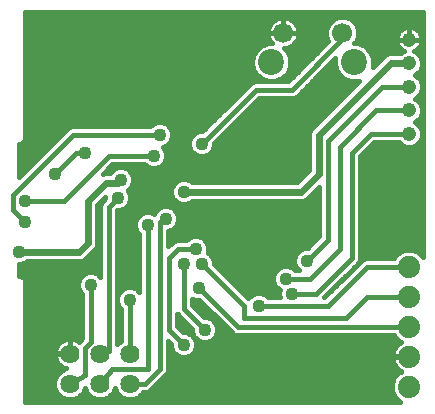
<source format=gbl>
G75*
G70*
%OFA0B0*%
%FSLAX24Y24*%
%IPPOS*%
%LPD*%
%AMOC8*
5,1,8,0,0,1.08239X$1,22.5*
%
%ADD10C,0.0640*%
%ADD11C,0.0740*%
%ADD12C,0.0476*%
%ADD13C,0.0866*%
%ADD14C,0.0669*%
%ADD15C,0.0160*%
%ADD16C,0.0436*%
%ADD17C,0.0240*%
D10*
X007600Y001001D03*
X008600Y001001D03*
X009600Y001001D03*
X009600Y002001D03*
X008600Y002001D03*
X007600Y002001D03*
D11*
X018900Y001901D03*
X018900Y002901D03*
X018900Y003901D03*
X018900Y004901D03*
X018900Y000901D03*
D12*
X018906Y009326D03*
X018906Y010113D03*
X018906Y010901D03*
X018906Y011688D03*
X018906Y012475D03*
D13*
X017078Y011716D03*
X014322Y011716D03*
D14*
X014716Y012701D03*
X016684Y012701D03*
D15*
X006100Y004483D02*
X006100Y000401D01*
X018618Y000401D01*
X018577Y000417D01*
X018417Y000578D01*
X018330Y000787D01*
X018330Y001014D01*
X018417Y001224D01*
X018577Y001384D01*
X018646Y001413D01*
X018612Y001430D01*
X018542Y001481D01*
X018480Y001542D01*
X018430Y001612D01*
X018390Y001690D01*
X018364Y001772D01*
X018350Y001857D01*
X018350Y001881D01*
X018880Y001881D01*
X018880Y001921D01*
X018350Y001921D01*
X018350Y001944D01*
X018364Y002029D01*
X018390Y002112D01*
X018430Y002189D01*
X018480Y002259D01*
X018542Y002320D01*
X018612Y002371D01*
X018646Y002389D01*
X018577Y002417D01*
X018417Y002578D01*
X018399Y002621D01*
X013144Y002621D01*
X013041Y002663D01*
X012963Y002742D01*
X011922Y003783D01*
X011817Y003783D01*
X011680Y003839D01*
X011680Y003617D01*
X012078Y003219D01*
X012183Y003219D01*
X012337Y003155D01*
X012454Y003037D01*
X012518Y002884D01*
X012518Y002717D01*
X012454Y002564D01*
X012337Y002446D01*
X012183Y002383D01*
X012017Y002383D01*
X011863Y002446D01*
X011746Y002564D01*
X011682Y002717D01*
X011682Y002823D01*
X011180Y003325D01*
X011180Y002917D01*
X011378Y002719D01*
X011483Y002719D01*
X011637Y002655D01*
X011754Y002537D01*
X011818Y002384D01*
X011818Y002217D01*
X011754Y002064D01*
X011637Y001946D01*
X011483Y001883D01*
X011317Y001883D01*
X011163Y001946D01*
X011046Y002064D01*
X010982Y002217D01*
X010982Y002323D01*
X010880Y002425D01*
X010880Y001445D01*
X010837Y001342D01*
X010337Y000842D01*
X010259Y000763D01*
X010156Y000721D01*
X010047Y000721D01*
X010041Y000706D01*
X009895Y000560D01*
X009703Y000481D01*
X009497Y000481D01*
X009305Y000560D01*
X009159Y000706D01*
X009100Y000849D01*
X009041Y000706D01*
X008895Y000560D01*
X008703Y000481D01*
X008497Y000481D01*
X008305Y000560D01*
X008159Y000706D01*
X008100Y000849D01*
X008041Y000706D01*
X007895Y000560D01*
X007703Y000481D01*
X007497Y000481D01*
X007305Y000560D01*
X007159Y000706D01*
X007080Y000897D01*
X007080Y001104D01*
X007159Y001295D01*
X007305Y001441D01*
X007480Y001514D01*
X007408Y001537D01*
X007338Y001573D01*
X007274Y001619D01*
X007219Y001675D01*
X007172Y001739D01*
X007137Y001809D01*
X007112Y001884D01*
X007100Y001961D01*
X007100Y001992D01*
X007591Y001992D01*
X007591Y002009D01*
X007100Y002009D01*
X007100Y002040D01*
X007112Y002118D01*
X007137Y002193D01*
X007172Y002263D01*
X007219Y002326D01*
X007274Y002382D01*
X007338Y002428D01*
X007408Y002464D01*
X007483Y002488D01*
X007561Y002501D01*
X007591Y002501D01*
X007591Y002009D01*
X007609Y002009D01*
X007609Y002501D01*
X007639Y002501D01*
X007717Y002488D01*
X007792Y002464D01*
X007862Y002428D01*
X007902Y002399D01*
X007941Y002438D01*
X008020Y002517D01*
X006100Y002517D01*
X006100Y002675D02*
X008020Y002675D01*
X008020Y002517D02*
X008020Y003989D01*
X007946Y004064D01*
X007882Y004217D01*
X007882Y004384D01*
X007946Y004537D01*
X008063Y004655D01*
X008217Y004719D01*
X008383Y004719D01*
X008537Y004655D01*
X008620Y004572D01*
X008620Y006956D01*
X008663Y007059D01*
X008741Y007138D01*
X008782Y007178D01*
X008782Y007230D01*
X008520Y006968D01*
X008520Y005637D01*
X008471Y005519D01*
X008381Y005429D01*
X008381Y005429D01*
X008081Y005129D01*
X007964Y005081D01*
X006171Y005081D01*
X006137Y005046D01*
X005983Y004983D01*
X005900Y004983D01*
X005900Y004601D01*
X005983Y004601D01*
X006100Y004483D01*
X006100Y004419D02*
X007896Y004419D01*
X007882Y004260D02*
X006100Y004260D01*
X006100Y004102D02*
X007930Y004102D01*
X008020Y003943D02*
X006100Y003943D01*
X006100Y003785D02*
X008020Y003785D01*
X008020Y003626D02*
X006100Y003626D01*
X006100Y003468D02*
X008020Y003468D01*
X008020Y003309D02*
X006100Y003309D01*
X006100Y003151D02*
X008020Y003151D01*
X008020Y002992D02*
X006100Y002992D01*
X006100Y002834D02*
X008020Y002834D01*
X008300Y002401D02*
X008100Y002201D01*
X008100Y001301D01*
X007600Y001001D01*
X007949Y000615D02*
X008251Y000615D01*
X008131Y000773D02*
X008069Y000773D01*
X008600Y001001D02*
X009000Y001501D01*
X010200Y001501D01*
X010200Y006301D01*
X010600Y006401D02*
X010600Y001501D01*
X010100Y001001D01*
X009600Y001001D01*
X009949Y000615D02*
X018401Y000615D01*
X018336Y000773D02*
X010269Y000773D01*
X010427Y000932D02*
X018330Y000932D01*
X018362Y001090D02*
X010586Y001090D01*
X010744Y001249D02*
X018442Y001249D01*
X018633Y001407D02*
X010864Y001407D01*
X010880Y001566D02*
X018464Y001566D01*
X018379Y001724D02*
X010880Y001724D01*
X010880Y001883D02*
X011317Y001883D01*
X011483Y001883D02*
X018880Y001883D01*
X018437Y002200D02*
X011811Y002200D01*
X011818Y002358D02*
X018594Y002358D01*
X018478Y002517D02*
X012407Y002517D01*
X012501Y002675D02*
X013029Y002675D01*
X012871Y002834D02*
X012518Y002834D01*
X012473Y002992D02*
X012712Y002992D01*
X012554Y003151D02*
X012341Y003151D01*
X012395Y003309D02*
X011987Y003309D01*
X011829Y003468D02*
X012237Y003468D01*
X012078Y003626D02*
X011680Y003626D01*
X011680Y003785D02*
X011812Y003785D01*
X011400Y003501D02*
X012100Y002801D01*
X011793Y002517D02*
X011763Y002517D01*
X011699Y002675D02*
X011588Y002675D01*
X011671Y002834D02*
X011263Y002834D01*
X011180Y002992D02*
X011512Y002992D01*
X011354Y003151D02*
X011180Y003151D01*
X011180Y003309D02*
X011195Y003309D01*
X011400Y003501D02*
X011400Y005001D01*
X011200Y005501D02*
X010900Y005201D01*
X010900Y002801D01*
X011400Y002301D01*
X011732Y002041D02*
X018367Y002041D01*
X018900Y002901D02*
X013200Y002901D01*
X011900Y004201D01*
X012661Y004736D02*
X014445Y004736D01*
X014446Y004737D02*
X014382Y004584D01*
X014382Y004417D01*
X014446Y004264D01*
X014563Y004146D01*
X014601Y004130D01*
X014582Y004084D01*
X014582Y003917D01*
X014597Y003881D01*
X014211Y003881D01*
X014137Y003955D01*
X013983Y004019D01*
X013817Y004019D01*
X013663Y003955D01*
X013552Y003844D01*
X012418Y004978D01*
X012418Y005084D01*
X012354Y005237D01*
X012237Y005355D01*
X012199Y005371D01*
X012218Y005417D01*
X012218Y005584D01*
X012154Y005737D01*
X012037Y005855D01*
X011883Y005919D01*
X011717Y005919D01*
X011563Y005855D01*
X011489Y005781D01*
X011144Y005781D01*
X011041Y005738D01*
X010880Y005577D01*
X010880Y006083D01*
X010883Y006083D01*
X011037Y006146D01*
X011154Y006264D01*
X011218Y006417D01*
X011218Y006584D01*
X011154Y006737D01*
X011037Y006855D01*
X010883Y006919D01*
X010717Y006919D01*
X010563Y006855D01*
X010446Y006737D01*
X010415Y006664D01*
X010283Y006719D01*
X010117Y006719D01*
X009963Y006655D01*
X009846Y006537D01*
X009782Y006384D01*
X009782Y006217D01*
X009846Y006064D01*
X009920Y005989D01*
X009920Y004072D01*
X009837Y004155D01*
X009683Y004219D01*
X009517Y004219D01*
X009363Y004155D01*
X009246Y004037D01*
X009182Y003884D01*
X009182Y003717D01*
X009246Y003564D01*
X009320Y003489D01*
X009320Y002447D01*
X009305Y002441D01*
X009180Y002316D01*
X009180Y006783D01*
X009283Y006783D01*
X009437Y006846D01*
X009554Y006964D01*
X009618Y007117D01*
X009618Y007284D01*
X009554Y007437D01*
X009541Y007451D01*
X009654Y007564D01*
X009718Y007717D01*
X009718Y007884D01*
X009654Y008037D01*
X009537Y008155D01*
X009383Y008219D01*
X009217Y008219D01*
X009063Y008155D01*
X008946Y008037D01*
X008939Y008021D01*
X008736Y008021D01*
X008702Y008006D01*
X009016Y008321D01*
X010089Y008321D01*
X010163Y008246D01*
X010317Y008183D01*
X010483Y008183D01*
X010637Y008246D01*
X010754Y008364D01*
X010818Y008517D01*
X010818Y008684D01*
X010754Y008837D01*
X010702Y008890D01*
X010837Y008946D01*
X010954Y009064D01*
X011018Y009217D01*
X011018Y009384D01*
X010954Y009537D01*
X010837Y009655D01*
X010683Y009719D01*
X010517Y009719D01*
X010363Y009655D01*
X010289Y009581D01*
X007644Y009581D01*
X007541Y009538D01*
X007463Y009459D01*
X005900Y007897D01*
X005900Y009001D01*
X005983Y009001D01*
X006100Y009118D01*
X006100Y013397D01*
X019370Y013397D01*
X019370Y005237D01*
X019223Y005384D01*
X019013Y005471D01*
X018787Y005471D01*
X018577Y005384D01*
X018417Y005224D01*
X018399Y005181D01*
X017444Y005181D01*
X017341Y005138D01*
X017263Y005059D01*
X016084Y003881D01*
X016076Y003881D01*
X017159Y004963D01*
X017237Y005042D01*
X017280Y005145D01*
X017280Y008585D01*
X017741Y009046D01*
X018567Y009046D01*
X018658Y008954D01*
X018819Y008888D01*
X018993Y008888D01*
X019154Y008954D01*
X019278Y009078D01*
X019344Y009239D01*
X019344Y009413D01*
X019278Y009574D01*
X019154Y009697D01*
X019101Y009720D01*
X019154Y009742D01*
X019278Y009865D01*
X019344Y010026D01*
X019344Y010200D01*
X019278Y010361D01*
X019154Y010485D01*
X019101Y010507D01*
X019154Y010529D01*
X019278Y010652D01*
X019344Y010813D01*
X019344Y010988D01*
X019278Y011149D01*
X019154Y011272D01*
X019101Y011294D01*
X019154Y011317D01*
X019278Y011440D01*
X019344Y011601D01*
X019344Y011775D01*
X019278Y011936D01*
X019154Y012059D01*
X019075Y012092D01*
X019125Y012118D01*
X019179Y012157D01*
X019225Y012203D01*
X019264Y012256D01*
X019294Y012315D01*
X019314Y012378D01*
X019324Y012443D01*
X019324Y012475D01*
X018906Y012475D01*
X018488Y012475D01*
X018488Y012443D01*
X018498Y012378D01*
X018519Y012315D01*
X018549Y012256D01*
X018587Y012203D01*
X018634Y012157D01*
X018687Y012118D01*
X018737Y012092D01*
X018658Y012059D01*
X018619Y012021D01*
X018236Y012021D01*
X018119Y011972D01*
X018029Y011882D01*
X017692Y011546D01*
X017711Y011590D01*
X017711Y011842D01*
X017615Y012075D01*
X017437Y012253D01*
X017204Y012349D01*
X017089Y012349D01*
X017138Y012398D01*
X017219Y012594D01*
X017219Y012807D01*
X017138Y013003D01*
X016987Y013154D01*
X016791Y013235D01*
X016578Y013235D01*
X016381Y013154D01*
X016231Y013003D01*
X016150Y012807D01*
X016150Y012594D01*
X016222Y012419D01*
X014884Y011081D01*
X013744Y011081D01*
X013641Y011038D01*
X013563Y010959D01*
X012022Y009419D01*
X011917Y009419D01*
X011763Y009355D01*
X011646Y009237D01*
X011582Y009084D01*
X011582Y008917D01*
X011646Y008764D01*
X011763Y008646D01*
X011917Y008583D01*
X012083Y008583D01*
X012237Y008646D01*
X012354Y008764D01*
X012418Y008917D01*
X012418Y009023D01*
X013916Y010521D01*
X015056Y010521D01*
X015159Y010563D01*
X016450Y011855D01*
X016445Y011842D01*
X016445Y011590D01*
X016541Y011358D01*
X016719Y011180D01*
X016952Y011083D01*
X017204Y011083D01*
X017249Y011102D01*
X015629Y009482D01*
X015580Y009364D01*
X015580Y008133D01*
X015167Y007721D01*
X011671Y007721D01*
X011637Y007755D01*
X011483Y007819D01*
X011317Y007819D01*
X011163Y007755D01*
X011046Y007637D01*
X010982Y007484D01*
X010982Y007317D01*
X011046Y007164D01*
X011163Y007046D01*
X011317Y006983D01*
X011483Y006983D01*
X011637Y007046D01*
X011671Y007081D01*
X015364Y007081D01*
X015481Y007129D01*
X015920Y007568D01*
X015920Y005917D01*
X015522Y005519D01*
X015417Y005519D01*
X015263Y005455D01*
X015146Y005337D01*
X015082Y005184D01*
X015082Y005017D01*
X015146Y004864D01*
X015229Y004781D01*
X015111Y004781D01*
X015037Y004855D01*
X014883Y004919D01*
X014717Y004919D01*
X014563Y004855D01*
X014446Y004737D01*
X014657Y004894D02*
X012502Y004894D01*
X012418Y005053D02*
X015082Y005053D01*
X015093Y005211D02*
X012365Y005211D01*
X012202Y005370D02*
X015178Y005370D01*
X015532Y005528D02*
X012218Y005528D01*
X012176Y005687D02*
X015690Y005687D01*
X015849Y005845D02*
X012047Y005845D01*
X011800Y005501D02*
X011200Y005501D01*
X010990Y005687D02*
X010880Y005687D01*
X010880Y005845D02*
X011553Y005845D01*
X011053Y006162D02*
X015920Y006162D01*
X015920Y006004D02*
X010880Y006004D01*
X011178Y006321D02*
X015920Y006321D01*
X015920Y006479D02*
X011218Y006479D01*
X011196Y006638D02*
X015920Y006638D01*
X015920Y006796D02*
X011096Y006796D01*
X011096Y007113D02*
X009616Y007113D01*
X009618Y007272D02*
X011001Y007272D01*
X010982Y007430D02*
X009557Y007430D01*
X009665Y007589D02*
X011025Y007589D01*
X011155Y007747D02*
X009718Y007747D01*
X009709Y007906D02*
X015352Y007906D01*
X015194Y007747D02*
X011645Y007747D01*
X010762Y008381D02*
X015580Y008381D01*
X015580Y008223D02*
X010580Y008223D01*
X010220Y008223D02*
X008918Y008223D01*
X008972Y008064D02*
X008760Y008064D01*
X008900Y008601D02*
X010400Y008601D01*
X010735Y008857D02*
X011607Y008857D01*
X011582Y009015D02*
X010906Y009015D01*
X011000Y009174D02*
X011619Y009174D01*
X011740Y009332D02*
X011018Y009332D01*
X010974Y009491D02*
X012094Y009491D01*
X012253Y009649D02*
X010843Y009649D01*
X010357Y009649D02*
X006100Y009649D01*
X006100Y009491D02*
X007494Y009491D01*
X007336Y009332D02*
X006100Y009332D01*
X006100Y009174D02*
X007177Y009174D01*
X007019Y009015D02*
X005997Y009015D01*
X005900Y008857D02*
X006860Y008857D01*
X006702Y008698D02*
X005900Y008698D01*
X005900Y008540D02*
X006543Y008540D01*
X006385Y008381D02*
X005900Y008381D01*
X005900Y008223D02*
X006226Y008223D01*
X006068Y008064D02*
X005900Y008064D01*
X005900Y007906D02*
X005909Y007906D01*
X005700Y007301D02*
X007700Y009301D01*
X010600Y009301D01*
X010812Y008698D02*
X011711Y008698D01*
X012000Y009001D02*
X013800Y010801D01*
X015000Y010801D01*
X016684Y012485D01*
X016684Y012701D01*
X017181Y012502D02*
X018488Y012502D01*
X018488Y012508D02*
X018488Y012475D01*
X018906Y012475D01*
X018906Y012475D01*
X018906Y012475D01*
X018906Y012894D01*
X018873Y012894D01*
X018808Y012883D01*
X018746Y012863D01*
X018687Y012833D01*
X018634Y012794D01*
X018587Y012748D01*
X018549Y012695D01*
X018519Y012636D01*
X018498Y012573D01*
X018488Y012508D01*
X018531Y012661D02*
X017219Y012661D01*
X017214Y012819D02*
X018668Y012819D01*
X018906Y012819D02*
X018906Y012819D01*
X018906Y012894D02*
X018906Y012475D01*
X018906Y012475D01*
X019324Y012475D01*
X019324Y012508D01*
X019314Y012573D01*
X019294Y012636D01*
X019264Y012695D01*
X019225Y012748D01*
X019179Y012794D01*
X019125Y012833D01*
X019067Y012863D01*
X019004Y012883D01*
X018939Y012894D01*
X018906Y012894D01*
X018906Y012661D02*
X018906Y012661D01*
X018906Y012502D02*
X018906Y012502D01*
X019145Y012819D02*
X019370Y012819D01*
X019370Y012661D02*
X019281Y012661D01*
X019324Y012502D02*
X019370Y012502D01*
X019370Y012344D02*
X019303Y012344D01*
X019370Y012185D02*
X019207Y012185D01*
X019187Y012027D02*
X019370Y012027D01*
X019370Y011868D02*
X019306Y011868D01*
X019344Y011710D02*
X019370Y011710D01*
X019370Y011551D02*
X019324Y011551D01*
X019370Y011393D02*
X019231Y011393D01*
X019192Y011234D02*
X019370Y011234D01*
X019370Y011076D02*
X019308Y011076D01*
X019344Y010917D02*
X019370Y010917D01*
X019370Y010759D02*
X019322Y010759D01*
X019370Y010600D02*
X019225Y010600D01*
X019197Y010442D02*
X019370Y010442D01*
X019370Y010283D02*
X019310Y010283D01*
X019344Y010125D02*
X019370Y010125D01*
X019370Y009966D02*
X019320Y009966D01*
X019370Y009808D02*
X019220Y009808D01*
X019203Y009649D02*
X019370Y009649D01*
X019370Y009491D02*
X019312Y009491D01*
X019344Y009332D02*
X019370Y009332D01*
X019370Y009174D02*
X019317Y009174D01*
X019370Y009015D02*
X019215Y009015D01*
X019370Y008857D02*
X017552Y008857D01*
X017711Y009015D02*
X018597Y009015D01*
X018906Y009326D02*
X017625Y009326D01*
X017000Y008701D01*
X017000Y005201D01*
X015800Y004001D01*
X015000Y004001D01*
X014582Y003943D02*
X014149Y003943D01*
X013900Y003601D02*
X016200Y003601D01*
X017500Y004901D01*
X018900Y004901D01*
X018412Y005211D02*
X017280Y005211D01*
X017280Y005370D02*
X018563Y005370D01*
X019237Y005370D02*
X019370Y005370D01*
X019370Y005528D02*
X017280Y005528D01*
X017280Y005687D02*
X019370Y005687D01*
X019370Y005845D02*
X017280Y005845D01*
X017280Y006004D02*
X019370Y006004D01*
X019370Y006162D02*
X017280Y006162D01*
X017280Y006321D02*
X019370Y006321D01*
X019370Y006479D02*
X017280Y006479D01*
X017280Y006638D02*
X019370Y006638D01*
X019370Y006796D02*
X017280Y006796D01*
X017280Y006955D02*
X019370Y006955D01*
X019370Y007113D02*
X017280Y007113D01*
X017280Y007272D02*
X019370Y007272D01*
X019370Y007430D02*
X017280Y007430D01*
X017280Y007589D02*
X019370Y007589D01*
X019370Y007747D02*
X017280Y007747D01*
X017280Y007906D02*
X019370Y007906D01*
X019370Y008064D02*
X017280Y008064D01*
X017280Y008223D02*
X019370Y008223D01*
X019370Y008381D02*
X017280Y008381D01*
X017280Y008540D02*
X019370Y008540D01*
X019370Y008698D02*
X017394Y008698D01*
X016600Y008901D02*
X017813Y010113D01*
X018906Y010113D01*
X018906Y010901D02*
X018006Y010901D01*
X016200Y009094D01*
X016200Y005801D01*
X015500Y005101D01*
X015133Y004894D02*
X014943Y004894D01*
X014800Y004501D02*
X015600Y004501D01*
X016600Y005501D01*
X016600Y008901D01*
X015637Y009491D02*
X012886Y009491D01*
X013045Y009649D02*
X015796Y009649D01*
X015954Y009808D02*
X013203Y009808D01*
X013362Y009966D02*
X016113Y009966D01*
X016271Y010125D02*
X013520Y010125D01*
X013679Y010283D02*
X016430Y010283D01*
X016588Y010442D02*
X013837Y010442D01*
X013362Y010759D02*
X006100Y010759D01*
X006100Y010917D02*
X013521Y010917D01*
X013732Y011076D02*
X006100Y011076D01*
X006100Y011234D02*
X013909Y011234D01*
X013963Y011180D02*
X013785Y011358D01*
X013689Y011590D01*
X013689Y011842D01*
X013785Y012075D01*
X013963Y012253D01*
X014196Y012349D01*
X014339Y012349D01*
X014323Y012365D01*
X014276Y012431D01*
X014239Y012503D01*
X014214Y012580D01*
X014201Y012660D01*
X014201Y012701D01*
X014716Y012701D01*
X014716Y012701D01*
X014716Y013215D01*
X014756Y013215D01*
X014836Y013203D01*
X014913Y013178D01*
X014985Y013141D01*
X015051Y013093D01*
X015108Y013036D01*
X015156Y012970D01*
X015193Y012898D01*
X015218Y012821D01*
X015230Y012741D01*
X015230Y012701D01*
X014716Y012701D01*
X014716Y012701D01*
X014716Y013215D01*
X014675Y013215D01*
X014595Y013203D01*
X014518Y013178D01*
X014446Y013141D01*
X014380Y013093D01*
X014323Y013036D01*
X014276Y012970D01*
X014239Y012898D01*
X014214Y012821D01*
X014201Y012741D01*
X014201Y012701D01*
X014716Y012701D01*
X015230Y012701D01*
X015230Y012660D01*
X015218Y012580D01*
X015193Y012503D01*
X015156Y012431D01*
X015108Y012365D01*
X015051Y012308D01*
X014985Y012260D01*
X014913Y012224D01*
X014836Y012199D01*
X014756Y012186D01*
X014748Y012186D01*
X014859Y012075D01*
X014955Y011842D01*
X014955Y011590D01*
X014859Y011358D01*
X014681Y011180D01*
X014448Y011083D01*
X014196Y011083D01*
X013963Y011180D01*
X013771Y011393D02*
X006100Y011393D01*
X006100Y011551D02*
X013705Y011551D01*
X013689Y011710D02*
X006100Y011710D01*
X006100Y011868D02*
X013700Y011868D01*
X013765Y012027D02*
X006100Y012027D01*
X006100Y012185D02*
X013896Y012185D01*
X014182Y012344D02*
X006100Y012344D01*
X006100Y012502D02*
X014239Y012502D01*
X014201Y012661D02*
X006100Y012661D01*
X006100Y012819D02*
X014213Y012819D01*
X014281Y012978D02*
X006100Y012978D01*
X006100Y013136D02*
X014440Y013136D01*
X014716Y013136D02*
X014716Y013136D01*
X014716Y012978D02*
X014716Y012978D01*
X014716Y012819D02*
X014716Y012819D01*
X014716Y012701D02*
X014716Y012701D01*
X015087Y012344D02*
X016147Y012344D01*
X016188Y012502D02*
X015192Y012502D01*
X015230Y012661D02*
X016150Y012661D01*
X016155Y012819D02*
X015218Y012819D01*
X015151Y012978D02*
X016220Y012978D01*
X016364Y013136D02*
X014992Y013136D01*
X014749Y012185D02*
X015989Y012185D01*
X015830Y012027D02*
X014879Y012027D01*
X014944Y011868D02*
X015672Y011868D01*
X015513Y011710D02*
X014955Y011710D01*
X014939Y011551D02*
X015355Y011551D01*
X015196Y011393D02*
X014873Y011393D01*
X014735Y011234D02*
X015038Y011234D01*
X015513Y010917D02*
X017064Y010917D01*
X016905Y010759D02*
X015354Y010759D01*
X015196Y010600D02*
X016747Y010600D01*
X017222Y011076D02*
X015671Y011076D01*
X015830Y011234D02*
X016665Y011234D01*
X016527Y011393D02*
X015988Y011393D01*
X016147Y011551D02*
X016461Y011551D01*
X016445Y011710D02*
X016305Y011710D01*
X017218Y012344D02*
X018509Y012344D01*
X018605Y012185D02*
X017504Y012185D01*
X017635Y012027D02*
X018625Y012027D01*
X018015Y011868D02*
X017700Y011868D01*
X017711Y011710D02*
X017856Y011710D01*
X017698Y011551D02*
X017695Y011551D01*
X017148Y012978D02*
X019370Y012978D01*
X019370Y013136D02*
X017005Y013136D01*
X019370Y013295D02*
X006100Y013295D01*
X006100Y010600D02*
X013204Y010600D01*
X013045Y010442D02*
X006100Y010442D01*
X006100Y010283D02*
X012887Y010283D01*
X012728Y010125D02*
X006100Y010125D01*
X006100Y009966D02*
X012570Y009966D01*
X012411Y009808D02*
X006100Y009808D01*
X007800Y008701D02*
X007100Y008001D01*
X007800Y008701D02*
X008100Y008701D01*
X008900Y008601D02*
X007400Y007101D01*
X006100Y007101D01*
X005700Y007301D02*
X005700Y006801D01*
X006100Y006401D01*
X006143Y005053D02*
X008620Y005053D01*
X008620Y005211D02*
X008163Y005211D01*
X008322Y005370D02*
X008620Y005370D01*
X008620Y005528D02*
X008475Y005528D01*
X008520Y005687D02*
X008620Y005687D01*
X008620Y005845D02*
X008520Y005845D01*
X008520Y006004D02*
X008620Y006004D01*
X008620Y006162D02*
X008520Y006162D01*
X008520Y006321D02*
X008620Y006321D01*
X008620Y006479D02*
X008520Y006479D01*
X008520Y006638D02*
X008620Y006638D01*
X008620Y006796D02*
X008520Y006796D01*
X008520Y006955D02*
X008620Y006955D01*
X008665Y007113D02*
X008717Y007113D01*
X008900Y006901D02*
X008900Y002101D01*
X008600Y002001D01*
X008300Y002401D02*
X008300Y004301D01*
X007985Y004577D02*
X006006Y004577D01*
X005900Y004736D02*
X008620Y004736D01*
X008620Y004894D02*
X005900Y004894D01*
X008615Y004577D02*
X008620Y004577D01*
X009180Y004577D02*
X009920Y004577D01*
X009920Y004419D02*
X009180Y004419D01*
X009180Y004260D02*
X009920Y004260D01*
X009920Y004102D02*
X009890Y004102D01*
X009600Y003801D02*
X009600Y002001D01*
X009222Y002358D02*
X009180Y002358D01*
X009180Y002517D02*
X009320Y002517D01*
X009320Y002675D02*
X009180Y002675D01*
X009180Y002834D02*
X009320Y002834D01*
X009320Y002992D02*
X009180Y002992D01*
X009180Y003151D02*
X009320Y003151D01*
X009320Y003309D02*
X009180Y003309D01*
X009180Y003468D02*
X009320Y003468D01*
X009220Y003626D02*
X009180Y003626D01*
X009180Y003785D02*
X009182Y003785D01*
X009180Y003943D02*
X009206Y003943D01*
X009180Y004102D02*
X009310Y004102D01*
X009180Y004736D02*
X009920Y004736D01*
X009920Y004894D02*
X009180Y004894D01*
X009180Y005053D02*
X009920Y005053D01*
X009920Y005211D02*
X009180Y005211D01*
X009180Y005370D02*
X009920Y005370D01*
X009920Y005528D02*
X009180Y005528D01*
X009180Y005687D02*
X009920Y005687D01*
X009920Y005845D02*
X009180Y005845D01*
X009180Y006004D02*
X009906Y006004D01*
X009805Y006162D02*
X009180Y006162D01*
X009180Y006321D02*
X009782Y006321D01*
X009821Y006479D02*
X009180Y006479D01*
X009180Y006638D02*
X009946Y006638D01*
X009545Y006955D02*
X015920Y006955D01*
X015920Y007113D02*
X015442Y007113D01*
X015624Y007272D02*
X015920Y007272D01*
X015920Y007430D02*
X015782Y007430D01*
X015511Y008064D02*
X009628Y008064D01*
X009200Y007201D02*
X008900Y006901D01*
X009316Y006796D02*
X010504Y006796D01*
X010600Y006401D02*
X010800Y006501D01*
X012000Y005001D02*
X013400Y003601D01*
X013400Y003201D01*
X016800Y003201D01*
X017500Y003901D01*
X018900Y003901D01*
X017256Y005053D02*
X017242Y005053D01*
X017098Y004894D02*
X017090Y004894D01*
X016939Y004736D02*
X016931Y004736D01*
X016781Y004577D02*
X016773Y004577D01*
X016622Y004419D02*
X016614Y004419D01*
X016464Y004260D02*
X016456Y004260D01*
X016305Y004102D02*
X016297Y004102D01*
X016147Y003943D02*
X016139Y003943D01*
X014589Y004102D02*
X013295Y004102D01*
X013136Y004260D02*
X014449Y004260D01*
X014382Y004419D02*
X012978Y004419D01*
X012819Y004577D02*
X014382Y004577D01*
X013651Y003943D02*
X013453Y003943D01*
X010946Y002358D02*
X010880Y002358D01*
X010880Y002200D02*
X010989Y002200D01*
X011068Y002041D02*
X010880Y002041D01*
X009131Y000773D02*
X009069Y000773D01*
X008949Y000615D02*
X009251Y000615D01*
X007352Y001566D02*
X006100Y001566D01*
X006100Y001407D02*
X007271Y001407D01*
X007140Y001249D02*
X006100Y001249D01*
X006100Y001090D02*
X007080Y001090D01*
X007080Y000932D02*
X006100Y000932D01*
X006100Y000773D02*
X007131Y000773D01*
X007251Y000615D02*
X006100Y000615D01*
X006100Y000456D02*
X018538Y000456D01*
X007609Y002041D02*
X007591Y002041D01*
X007591Y002200D02*
X007609Y002200D01*
X007609Y002358D02*
X007591Y002358D01*
X007250Y002358D02*
X006100Y002358D01*
X006100Y002200D02*
X007140Y002200D01*
X007100Y002041D02*
X006100Y002041D01*
X006100Y001883D02*
X007113Y001883D01*
X007183Y001724D02*
X006100Y001724D01*
X010818Y008540D02*
X015580Y008540D01*
X015580Y008698D02*
X012289Y008698D01*
X012393Y008857D02*
X015580Y008857D01*
X015580Y009015D02*
X012418Y009015D01*
X012569Y009174D02*
X015580Y009174D01*
X015580Y009332D02*
X012728Y009332D01*
D16*
X012000Y009001D03*
X010600Y009301D03*
X010400Y008601D03*
X009300Y007801D03*
X009200Y007201D03*
X010200Y006301D03*
X010800Y006501D03*
X011400Y007401D03*
X011800Y005501D03*
X012000Y005001D03*
X011400Y005001D03*
X011900Y004201D03*
X012700Y005501D03*
X014800Y004501D03*
X015000Y004001D03*
X013900Y003601D03*
X012100Y002801D03*
X011400Y002301D03*
X009600Y003801D03*
X008300Y004301D03*
X005900Y005401D03*
X006100Y006401D03*
X006100Y007101D03*
X007100Y008001D03*
X008100Y008701D03*
X015500Y005101D03*
D17*
X015300Y007401D02*
X015900Y008001D01*
X015900Y009301D01*
X018300Y011701D01*
X018894Y011701D01*
X018906Y011688D01*
X015300Y007401D02*
X011400Y007401D01*
X009300Y007801D02*
X009200Y007701D01*
X008800Y007701D01*
X008200Y007101D01*
X008200Y005701D01*
X007900Y005401D01*
X005900Y005401D01*
M02*

</source>
